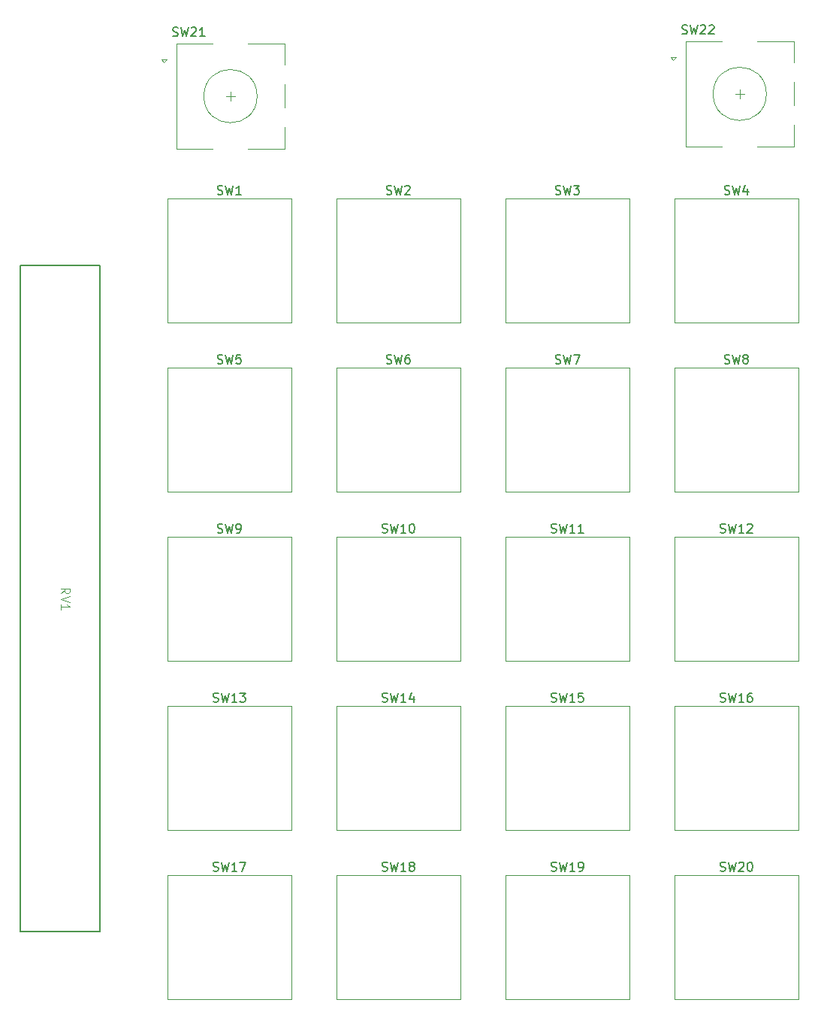
<source format=gbr>
%TF.GenerationSoftware,KiCad,Pcbnew,8.0.0*%
%TF.CreationDate,2024-11-26T10:36:05-05:00*%
%TF.ProjectId,macropad,6d616372-6f70-4616-942e-6b696361645f,v1.0*%
%TF.SameCoordinates,Original*%
%TF.FileFunction,Legend,Top*%
%TF.FilePolarity,Positive*%
%FSLAX46Y46*%
G04 Gerber Fmt 4.6, Leading zero omitted, Abs format (unit mm)*
G04 Created by KiCad (PCBNEW 8.0.0) date 2024-11-26 10:36:05*
%MOMM*%
%LPD*%
G01*
G04 APERTURE LIST*
%ADD10C,0.150000*%
%ADD11C,0.100000*%
%ADD12C,0.120000*%
%ADD13C,0.200000*%
G04 APERTURE END LIST*
D10*
X85080476Y-112790602D02*
X85223333Y-112838221D01*
X85223333Y-112838221D02*
X85461428Y-112838221D01*
X85461428Y-112838221D02*
X85556666Y-112790602D01*
X85556666Y-112790602D02*
X85604285Y-112742982D01*
X85604285Y-112742982D02*
X85651904Y-112647744D01*
X85651904Y-112647744D02*
X85651904Y-112552506D01*
X85651904Y-112552506D02*
X85604285Y-112457268D01*
X85604285Y-112457268D02*
X85556666Y-112409649D01*
X85556666Y-112409649D02*
X85461428Y-112362030D01*
X85461428Y-112362030D02*
X85270952Y-112314411D01*
X85270952Y-112314411D02*
X85175714Y-112266792D01*
X85175714Y-112266792D02*
X85128095Y-112219173D01*
X85128095Y-112219173D02*
X85080476Y-112123935D01*
X85080476Y-112123935D02*
X85080476Y-112028697D01*
X85080476Y-112028697D02*
X85128095Y-111933459D01*
X85128095Y-111933459D02*
X85175714Y-111885840D01*
X85175714Y-111885840D02*
X85270952Y-111838221D01*
X85270952Y-111838221D02*
X85509047Y-111838221D01*
X85509047Y-111838221D02*
X85651904Y-111885840D01*
X85985238Y-111838221D02*
X86223333Y-112838221D01*
X86223333Y-112838221D02*
X86413809Y-112123935D01*
X86413809Y-112123935D02*
X86604285Y-112838221D01*
X86604285Y-112838221D02*
X86842381Y-111838221D01*
X87747142Y-112838221D02*
X87175714Y-112838221D01*
X87461428Y-112838221D02*
X87461428Y-111838221D01*
X87461428Y-111838221D02*
X87366190Y-111981078D01*
X87366190Y-111981078D02*
X87270952Y-112076316D01*
X87270952Y-112076316D02*
X87175714Y-112123935D01*
X88080476Y-111838221D02*
X88699523Y-111838221D01*
X88699523Y-111838221D02*
X88366190Y-112219173D01*
X88366190Y-112219173D02*
X88509047Y-112219173D01*
X88509047Y-112219173D02*
X88604285Y-112266792D01*
X88604285Y-112266792D02*
X88651904Y-112314411D01*
X88651904Y-112314411D02*
X88699523Y-112409649D01*
X88699523Y-112409649D02*
X88699523Y-112647744D01*
X88699523Y-112647744D02*
X88651904Y-112742982D01*
X88651904Y-112742982D02*
X88604285Y-112790602D01*
X88604285Y-112790602D02*
X88509047Y-112838221D01*
X88509047Y-112838221D02*
X88223333Y-112838221D01*
X88223333Y-112838221D02*
X88128095Y-112790602D01*
X88128095Y-112790602D02*
X88080476Y-112742982D01*
X80514476Y-37812602D02*
X80657333Y-37860221D01*
X80657333Y-37860221D02*
X80895428Y-37860221D01*
X80895428Y-37860221D02*
X80990666Y-37812602D01*
X80990666Y-37812602D02*
X81038285Y-37764982D01*
X81038285Y-37764982D02*
X81085904Y-37669744D01*
X81085904Y-37669744D02*
X81085904Y-37574506D01*
X81085904Y-37574506D02*
X81038285Y-37479268D01*
X81038285Y-37479268D02*
X80990666Y-37431649D01*
X80990666Y-37431649D02*
X80895428Y-37384030D01*
X80895428Y-37384030D02*
X80704952Y-37336411D01*
X80704952Y-37336411D02*
X80609714Y-37288792D01*
X80609714Y-37288792D02*
X80562095Y-37241173D01*
X80562095Y-37241173D02*
X80514476Y-37145935D01*
X80514476Y-37145935D02*
X80514476Y-37050697D01*
X80514476Y-37050697D02*
X80562095Y-36955459D01*
X80562095Y-36955459D02*
X80609714Y-36907840D01*
X80609714Y-36907840D02*
X80704952Y-36860221D01*
X80704952Y-36860221D02*
X80943047Y-36860221D01*
X80943047Y-36860221D02*
X81085904Y-36907840D01*
X81419238Y-36860221D02*
X81657333Y-37860221D01*
X81657333Y-37860221D02*
X81847809Y-37145935D01*
X81847809Y-37145935D02*
X82038285Y-37860221D01*
X82038285Y-37860221D02*
X82276381Y-36860221D01*
X82609714Y-36955459D02*
X82657333Y-36907840D01*
X82657333Y-36907840D02*
X82752571Y-36860221D01*
X82752571Y-36860221D02*
X82990666Y-36860221D01*
X82990666Y-36860221D02*
X83085904Y-36907840D01*
X83085904Y-36907840D02*
X83133523Y-36955459D01*
X83133523Y-36955459D02*
X83181142Y-37050697D01*
X83181142Y-37050697D02*
X83181142Y-37145935D01*
X83181142Y-37145935D02*
X83133523Y-37288792D01*
X83133523Y-37288792D02*
X82562095Y-37860221D01*
X82562095Y-37860221D02*
X83181142Y-37860221D01*
X84133523Y-37860221D02*
X83562095Y-37860221D01*
X83847809Y-37860221D02*
X83847809Y-36860221D01*
X83847809Y-36860221D02*
X83752571Y-37003078D01*
X83752571Y-37003078D02*
X83657333Y-37098316D01*
X83657333Y-37098316D02*
X83562095Y-37145935D01*
X142230476Y-93740602D02*
X142373333Y-93788221D01*
X142373333Y-93788221D02*
X142611428Y-93788221D01*
X142611428Y-93788221D02*
X142706666Y-93740602D01*
X142706666Y-93740602D02*
X142754285Y-93692982D01*
X142754285Y-93692982D02*
X142801904Y-93597744D01*
X142801904Y-93597744D02*
X142801904Y-93502506D01*
X142801904Y-93502506D02*
X142754285Y-93407268D01*
X142754285Y-93407268D02*
X142706666Y-93359649D01*
X142706666Y-93359649D02*
X142611428Y-93312030D01*
X142611428Y-93312030D02*
X142420952Y-93264411D01*
X142420952Y-93264411D02*
X142325714Y-93216792D01*
X142325714Y-93216792D02*
X142278095Y-93169173D01*
X142278095Y-93169173D02*
X142230476Y-93073935D01*
X142230476Y-93073935D02*
X142230476Y-92978697D01*
X142230476Y-92978697D02*
X142278095Y-92883459D01*
X142278095Y-92883459D02*
X142325714Y-92835840D01*
X142325714Y-92835840D02*
X142420952Y-92788221D01*
X142420952Y-92788221D02*
X142659047Y-92788221D01*
X142659047Y-92788221D02*
X142801904Y-92835840D01*
X143135238Y-92788221D02*
X143373333Y-93788221D01*
X143373333Y-93788221D02*
X143563809Y-93073935D01*
X143563809Y-93073935D02*
X143754285Y-93788221D01*
X143754285Y-93788221D02*
X143992381Y-92788221D01*
X144897142Y-93788221D02*
X144325714Y-93788221D01*
X144611428Y-93788221D02*
X144611428Y-92788221D01*
X144611428Y-92788221D02*
X144516190Y-92931078D01*
X144516190Y-92931078D02*
X144420952Y-93026316D01*
X144420952Y-93026316D02*
X144325714Y-93073935D01*
X145278095Y-92883459D02*
X145325714Y-92835840D01*
X145325714Y-92835840D02*
X145420952Y-92788221D01*
X145420952Y-92788221D02*
X145659047Y-92788221D01*
X145659047Y-92788221D02*
X145754285Y-92835840D01*
X145754285Y-92835840D02*
X145801904Y-92883459D01*
X145801904Y-92883459D02*
X145849523Y-92978697D01*
X145849523Y-92978697D02*
X145849523Y-93073935D01*
X145849523Y-93073935D02*
X145801904Y-93216792D01*
X145801904Y-93216792D02*
X145230476Y-93788221D01*
X145230476Y-93788221D02*
X145849523Y-93788221D01*
X142706667Y-55640602D02*
X142849524Y-55688221D01*
X142849524Y-55688221D02*
X143087619Y-55688221D01*
X143087619Y-55688221D02*
X143182857Y-55640602D01*
X143182857Y-55640602D02*
X143230476Y-55592982D01*
X143230476Y-55592982D02*
X143278095Y-55497744D01*
X143278095Y-55497744D02*
X143278095Y-55402506D01*
X143278095Y-55402506D02*
X143230476Y-55307268D01*
X143230476Y-55307268D02*
X143182857Y-55259649D01*
X143182857Y-55259649D02*
X143087619Y-55212030D01*
X143087619Y-55212030D02*
X142897143Y-55164411D01*
X142897143Y-55164411D02*
X142801905Y-55116792D01*
X142801905Y-55116792D02*
X142754286Y-55069173D01*
X142754286Y-55069173D02*
X142706667Y-54973935D01*
X142706667Y-54973935D02*
X142706667Y-54878697D01*
X142706667Y-54878697D02*
X142754286Y-54783459D01*
X142754286Y-54783459D02*
X142801905Y-54735840D01*
X142801905Y-54735840D02*
X142897143Y-54688221D01*
X142897143Y-54688221D02*
X143135238Y-54688221D01*
X143135238Y-54688221D02*
X143278095Y-54735840D01*
X143611429Y-54688221D02*
X143849524Y-55688221D01*
X143849524Y-55688221D02*
X144040000Y-54973935D01*
X144040000Y-54973935D02*
X144230476Y-55688221D01*
X144230476Y-55688221D02*
X144468572Y-54688221D01*
X145278095Y-55021554D02*
X145278095Y-55688221D01*
X145040000Y-54640602D02*
X144801905Y-55354887D01*
X144801905Y-55354887D02*
X145420952Y-55354887D01*
X123180476Y-112790602D02*
X123323333Y-112838221D01*
X123323333Y-112838221D02*
X123561428Y-112838221D01*
X123561428Y-112838221D02*
X123656666Y-112790602D01*
X123656666Y-112790602D02*
X123704285Y-112742982D01*
X123704285Y-112742982D02*
X123751904Y-112647744D01*
X123751904Y-112647744D02*
X123751904Y-112552506D01*
X123751904Y-112552506D02*
X123704285Y-112457268D01*
X123704285Y-112457268D02*
X123656666Y-112409649D01*
X123656666Y-112409649D02*
X123561428Y-112362030D01*
X123561428Y-112362030D02*
X123370952Y-112314411D01*
X123370952Y-112314411D02*
X123275714Y-112266792D01*
X123275714Y-112266792D02*
X123228095Y-112219173D01*
X123228095Y-112219173D02*
X123180476Y-112123935D01*
X123180476Y-112123935D02*
X123180476Y-112028697D01*
X123180476Y-112028697D02*
X123228095Y-111933459D01*
X123228095Y-111933459D02*
X123275714Y-111885840D01*
X123275714Y-111885840D02*
X123370952Y-111838221D01*
X123370952Y-111838221D02*
X123609047Y-111838221D01*
X123609047Y-111838221D02*
X123751904Y-111885840D01*
X124085238Y-111838221D02*
X124323333Y-112838221D01*
X124323333Y-112838221D02*
X124513809Y-112123935D01*
X124513809Y-112123935D02*
X124704285Y-112838221D01*
X124704285Y-112838221D02*
X124942381Y-111838221D01*
X125847142Y-112838221D02*
X125275714Y-112838221D01*
X125561428Y-112838221D02*
X125561428Y-111838221D01*
X125561428Y-111838221D02*
X125466190Y-111981078D01*
X125466190Y-111981078D02*
X125370952Y-112076316D01*
X125370952Y-112076316D02*
X125275714Y-112123935D01*
X126751904Y-111838221D02*
X126275714Y-111838221D01*
X126275714Y-111838221D02*
X126228095Y-112314411D01*
X126228095Y-112314411D02*
X126275714Y-112266792D01*
X126275714Y-112266792D02*
X126370952Y-112219173D01*
X126370952Y-112219173D02*
X126609047Y-112219173D01*
X126609047Y-112219173D02*
X126704285Y-112266792D01*
X126704285Y-112266792D02*
X126751904Y-112314411D01*
X126751904Y-112314411D02*
X126799523Y-112409649D01*
X126799523Y-112409649D02*
X126799523Y-112647744D01*
X126799523Y-112647744D02*
X126751904Y-112742982D01*
X126751904Y-112742982D02*
X126704285Y-112790602D01*
X126704285Y-112790602D02*
X126609047Y-112838221D01*
X126609047Y-112838221D02*
X126370952Y-112838221D01*
X126370952Y-112838221D02*
X126275714Y-112790602D01*
X126275714Y-112790602D02*
X126228095Y-112742982D01*
X104130476Y-131840602D02*
X104273333Y-131888221D01*
X104273333Y-131888221D02*
X104511428Y-131888221D01*
X104511428Y-131888221D02*
X104606666Y-131840602D01*
X104606666Y-131840602D02*
X104654285Y-131792982D01*
X104654285Y-131792982D02*
X104701904Y-131697744D01*
X104701904Y-131697744D02*
X104701904Y-131602506D01*
X104701904Y-131602506D02*
X104654285Y-131507268D01*
X104654285Y-131507268D02*
X104606666Y-131459649D01*
X104606666Y-131459649D02*
X104511428Y-131412030D01*
X104511428Y-131412030D02*
X104320952Y-131364411D01*
X104320952Y-131364411D02*
X104225714Y-131316792D01*
X104225714Y-131316792D02*
X104178095Y-131269173D01*
X104178095Y-131269173D02*
X104130476Y-131173935D01*
X104130476Y-131173935D02*
X104130476Y-131078697D01*
X104130476Y-131078697D02*
X104178095Y-130983459D01*
X104178095Y-130983459D02*
X104225714Y-130935840D01*
X104225714Y-130935840D02*
X104320952Y-130888221D01*
X104320952Y-130888221D02*
X104559047Y-130888221D01*
X104559047Y-130888221D02*
X104701904Y-130935840D01*
X105035238Y-130888221D02*
X105273333Y-131888221D01*
X105273333Y-131888221D02*
X105463809Y-131173935D01*
X105463809Y-131173935D02*
X105654285Y-131888221D01*
X105654285Y-131888221D02*
X105892381Y-130888221D01*
X106797142Y-131888221D02*
X106225714Y-131888221D01*
X106511428Y-131888221D02*
X106511428Y-130888221D01*
X106511428Y-130888221D02*
X106416190Y-131031078D01*
X106416190Y-131031078D02*
X106320952Y-131126316D01*
X106320952Y-131126316D02*
X106225714Y-131173935D01*
X107368571Y-131316792D02*
X107273333Y-131269173D01*
X107273333Y-131269173D02*
X107225714Y-131221554D01*
X107225714Y-131221554D02*
X107178095Y-131126316D01*
X107178095Y-131126316D02*
X107178095Y-131078697D01*
X107178095Y-131078697D02*
X107225714Y-130983459D01*
X107225714Y-130983459D02*
X107273333Y-130935840D01*
X107273333Y-130935840D02*
X107368571Y-130888221D01*
X107368571Y-130888221D02*
X107559047Y-130888221D01*
X107559047Y-130888221D02*
X107654285Y-130935840D01*
X107654285Y-130935840D02*
X107701904Y-130983459D01*
X107701904Y-130983459D02*
X107749523Y-131078697D01*
X107749523Y-131078697D02*
X107749523Y-131126316D01*
X107749523Y-131126316D02*
X107701904Y-131221554D01*
X107701904Y-131221554D02*
X107654285Y-131269173D01*
X107654285Y-131269173D02*
X107559047Y-131316792D01*
X107559047Y-131316792D02*
X107368571Y-131316792D01*
X107368571Y-131316792D02*
X107273333Y-131364411D01*
X107273333Y-131364411D02*
X107225714Y-131412030D01*
X107225714Y-131412030D02*
X107178095Y-131507268D01*
X107178095Y-131507268D02*
X107178095Y-131697744D01*
X107178095Y-131697744D02*
X107225714Y-131792982D01*
X107225714Y-131792982D02*
X107273333Y-131840602D01*
X107273333Y-131840602D02*
X107368571Y-131888221D01*
X107368571Y-131888221D02*
X107559047Y-131888221D01*
X107559047Y-131888221D02*
X107654285Y-131840602D01*
X107654285Y-131840602D02*
X107701904Y-131792982D01*
X107701904Y-131792982D02*
X107749523Y-131697744D01*
X107749523Y-131697744D02*
X107749523Y-131507268D01*
X107749523Y-131507268D02*
X107701904Y-131412030D01*
X107701904Y-131412030D02*
X107654285Y-131364411D01*
X107654285Y-131364411D02*
X107559047Y-131316792D01*
X104130476Y-112790602D02*
X104273333Y-112838221D01*
X104273333Y-112838221D02*
X104511428Y-112838221D01*
X104511428Y-112838221D02*
X104606666Y-112790602D01*
X104606666Y-112790602D02*
X104654285Y-112742982D01*
X104654285Y-112742982D02*
X104701904Y-112647744D01*
X104701904Y-112647744D02*
X104701904Y-112552506D01*
X104701904Y-112552506D02*
X104654285Y-112457268D01*
X104654285Y-112457268D02*
X104606666Y-112409649D01*
X104606666Y-112409649D02*
X104511428Y-112362030D01*
X104511428Y-112362030D02*
X104320952Y-112314411D01*
X104320952Y-112314411D02*
X104225714Y-112266792D01*
X104225714Y-112266792D02*
X104178095Y-112219173D01*
X104178095Y-112219173D02*
X104130476Y-112123935D01*
X104130476Y-112123935D02*
X104130476Y-112028697D01*
X104130476Y-112028697D02*
X104178095Y-111933459D01*
X104178095Y-111933459D02*
X104225714Y-111885840D01*
X104225714Y-111885840D02*
X104320952Y-111838221D01*
X104320952Y-111838221D02*
X104559047Y-111838221D01*
X104559047Y-111838221D02*
X104701904Y-111885840D01*
X105035238Y-111838221D02*
X105273333Y-112838221D01*
X105273333Y-112838221D02*
X105463809Y-112123935D01*
X105463809Y-112123935D02*
X105654285Y-112838221D01*
X105654285Y-112838221D02*
X105892381Y-111838221D01*
X106797142Y-112838221D02*
X106225714Y-112838221D01*
X106511428Y-112838221D02*
X106511428Y-111838221D01*
X106511428Y-111838221D02*
X106416190Y-111981078D01*
X106416190Y-111981078D02*
X106320952Y-112076316D01*
X106320952Y-112076316D02*
X106225714Y-112123935D01*
X107654285Y-112171554D02*
X107654285Y-112838221D01*
X107416190Y-111790602D02*
X107178095Y-112504887D01*
X107178095Y-112504887D02*
X107797142Y-112504887D01*
X104606667Y-55640602D02*
X104749524Y-55688221D01*
X104749524Y-55688221D02*
X104987619Y-55688221D01*
X104987619Y-55688221D02*
X105082857Y-55640602D01*
X105082857Y-55640602D02*
X105130476Y-55592982D01*
X105130476Y-55592982D02*
X105178095Y-55497744D01*
X105178095Y-55497744D02*
X105178095Y-55402506D01*
X105178095Y-55402506D02*
X105130476Y-55307268D01*
X105130476Y-55307268D02*
X105082857Y-55259649D01*
X105082857Y-55259649D02*
X104987619Y-55212030D01*
X104987619Y-55212030D02*
X104797143Y-55164411D01*
X104797143Y-55164411D02*
X104701905Y-55116792D01*
X104701905Y-55116792D02*
X104654286Y-55069173D01*
X104654286Y-55069173D02*
X104606667Y-54973935D01*
X104606667Y-54973935D02*
X104606667Y-54878697D01*
X104606667Y-54878697D02*
X104654286Y-54783459D01*
X104654286Y-54783459D02*
X104701905Y-54735840D01*
X104701905Y-54735840D02*
X104797143Y-54688221D01*
X104797143Y-54688221D02*
X105035238Y-54688221D01*
X105035238Y-54688221D02*
X105178095Y-54735840D01*
X105511429Y-54688221D02*
X105749524Y-55688221D01*
X105749524Y-55688221D02*
X105940000Y-54973935D01*
X105940000Y-54973935D02*
X106130476Y-55688221D01*
X106130476Y-55688221D02*
X106368572Y-54688221D01*
X106701905Y-54783459D02*
X106749524Y-54735840D01*
X106749524Y-54735840D02*
X106844762Y-54688221D01*
X106844762Y-54688221D02*
X107082857Y-54688221D01*
X107082857Y-54688221D02*
X107178095Y-54735840D01*
X107178095Y-54735840D02*
X107225714Y-54783459D01*
X107225714Y-54783459D02*
X107273333Y-54878697D01*
X107273333Y-54878697D02*
X107273333Y-54973935D01*
X107273333Y-54973935D02*
X107225714Y-55116792D01*
X107225714Y-55116792D02*
X106654286Y-55688221D01*
X106654286Y-55688221D02*
X107273333Y-55688221D01*
X137918476Y-37558602D02*
X138061333Y-37606221D01*
X138061333Y-37606221D02*
X138299428Y-37606221D01*
X138299428Y-37606221D02*
X138394666Y-37558602D01*
X138394666Y-37558602D02*
X138442285Y-37510982D01*
X138442285Y-37510982D02*
X138489904Y-37415744D01*
X138489904Y-37415744D02*
X138489904Y-37320506D01*
X138489904Y-37320506D02*
X138442285Y-37225268D01*
X138442285Y-37225268D02*
X138394666Y-37177649D01*
X138394666Y-37177649D02*
X138299428Y-37130030D01*
X138299428Y-37130030D02*
X138108952Y-37082411D01*
X138108952Y-37082411D02*
X138013714Y-37034792D01*
X138013714Y-37034792D02*
X137966095Y-36987173D01*
X137966095Y-36987173D02*
X137918476Y-36891935D01*
X137918476Y-36891935D02*
X137918476Y-36796697D01*
X137918476Y-36796697D02*
X137966095Y-36701459D01*
X137966095Y-36701459D02*
X138013714Y-36653840D01*
X138013714Y-36653840D02*
X138108952Y-36606221D01*
X138108952Y-36606221D02*
X138347047Y-36606221D01*
X138347047Y-36606221D02*
X138489904Y-36653840D01*
X138823238Y-36606221D02*
X139061333Y-37606221D01*
X139061333Y-37606221D02*
X139251809Y-36891935D01*
X139251809Y-36891935D02*
X139442285Y-37606221D01*
X139442285Y-37606221D02*
X139680381Y-36606221D01*
X140013714Y-36701459D02*
X140061333Y-36653840D01*
X140061333Y-36653840D02*
X140156571Y-36606221D01*
X140156571Y-36606221D02*
X140394666Y-36606221D01*
X140394666Y-36606221D02*
X140489904Y-36653840D01*
X140489904Y-36653840D02*
X140537523Y-36701459D01*
X140537523Y-36701459D02*
X140585142Y-36796697D01*
X140585142Y-36796697D02*
X140585142Y-36891935D01*
X140585142Y-36891935D02*
X140537523Y-37034792D01*
X140537523Y-37034792D02*
X139966095Y-37606221D01*
X139966095Y-37606221D02*
X140585142Y-37606221D01*
X140966095Y-36701459D02*
X141013714Y-36653840D01*
X141013714Y-36653840D02*
X141108952Y-36606221D01*
X141108952Y-36606221D02*
X141347047Y-36606221D01*
X141347047Y-36606221D02*
X141442285Y-36653840D01*
X141442285Y-36653840D02*
X141489904Y-36701459D01*
X141489904Y-36701459D02*
X141537523Y-36796697D01*
X141537523Y-36796697D02*
X141537523Y-36891935D01*
X141537523Y-36891935D02*
X141489904Y-37034792D01*
X141489904Y-37034792D02*
X140918476Y-37606221D01*
X140918476Y-37606221D02*
X141537523Y-37606221D01*
X104606667Y-74690602D02*
X104749524Y-74738221D01*
X104749524Y-74738221D02*
X104987619Y-74738221D01*
X104987619Y-74738221D02*
X105082857Y-74690602D01*
X105082857Y-74690602D02*
X105130476Y-74642982D01*
X105130476Y-74642982D02*
X105178095Y-74547744D01*
X105178095Y-74547744D02*
X105178095Y-74452506D01*
X105178095Y-74452506D02*
X105130476Y-74357268D01*
X105130476Y-74357268D02*
X105082857Y-74309649D01*
X105082857Y-74309649D02*
X104987619Y-74262030D01*
X104987619Y-74262030D02*
X104797143Y-74214411D01*
X104797143Y-74214411D02*
X104701905Y-74166792D01*
X104701905Y-74166792D02*
X104654286Y-74119173D01*
X104654286Y-74119173D02*
X104606667Y-74023935D01*
X104606667Y-74023935D02*
X104606667Y-73928697D01*
X104606667Y-73928697D02*
X104654286Y-73833459D01*
X104654286Y-73833459D02*
X104701905Y-73785840D01*
X104701905Y-73785840D02*
X104797143Y-73738221D01*
X104797143Y-73738221D02*
X105035238Y-73738221D01*
X105035238Y-73738221D02*
X105178095Y-73785840D01*
X105511429Y-73738221D02*
X105749524Y-74738221D01*
X105749524Y-74738221D02*
X105940000Y-74023935D01*
X105940000Y-74023935D02*
X106130476Y-74738221D01*
X106130476Y-74738221D02*
X106368572Y-73738221D01*
X107178095Y-73738221D02*
X106987619Y-73738221D01*
X106987619Y-73738221D02*
X106892381Y-73785840D01*
X106892381Y-73785840D02*
X106844762Y-73833459D01*
X106844762Y-73833459D02*
X106749524Y-73976316D01*
X106749524Y-73976316D02*
X106701905Y-74166792D01*
X106701905Y-74166792D02*
X106701905Y-74547744D01*
X106701905Y-74547744D02*
X106749524Y-74642982D01*
X106749524Y-74642982D02*
X106797143Y-74690602D01*
X106797143Y-74690602D02*
X106892381Y-74738221D01*
X106892381Y-74738221D02*
X107082857Y-74738221D01*
X107082857Y-74738221D02*
X107178095Y-74690602D01*
X107178095Y-74690602D02*
X107225714Y-74642982D01*
X107225714Y-74642982D02*
X107273333Y-74547744D01*
X107273333Y-74547744D02*
X107273333Y-74309649D01*
X107273333Y-74309649D02*
X107225714Y-74214411D01*
X107225714Y-74214411D02*
X107178095Y-74166792D01*
X107178095Y-74166792D02*
X107082857Y-74119173D01*
X107082857Y-74119173D02*
X106892381Y-74119173D01*
X106892381Y-74119173D02*
X106797143Y-74166792D01*
X106797143Y-74166792D02*
X106749524Y-74214411D01*
X106749524Y-74214411D02*
X106701905Y-74309649D01*
X123656667Y-74690602D02*
X123799524Y-74738221D01*
X123799524Y-74738221D02*
X124037619Y-74738221D01*
X124037619Y-74738221D02*
X124132857Y-74690602D01*
X124132857Y-74690602D02*
X124180476Y-74642982D01*
X124180476Y-74642982D02*
X124228095Y-74547744D01*
X124228095Y-74547744D02*
X124228095Y-74452506D01*
X124228095Y-74452506D02*
X124180476Y-74357268D01*
X124180476Y-74357268D02*
X124132857Y-74309649D01*
X124132857Y-74309649D02*
X124037619Y-74262030D01*
X124037619Y-74262030D02*
X123847143Y-74214411D01*
X123847143Y-74214411D02*
X123751905Y-74166792D01*
X123751905Y-74166792D02*
X123704286Y-74119173D01*
X123704286Y-74119173D02*
X123656667Y-74023935D01*
X123656667Y-74023935D02*
X123656667Y-73928697D01*
X123656667Y-73928697D02*
X123704286Y-73833459D01*
X123704286Y-73833459D02*
X123751905Y-73785840D01*
X123751905Y-73785840D02*
X123847143Y-73738221D01*
X123847143Y-73738221D02*
X124085238Y-73738221D01*
X124085238Y-73738221D02*
X124228095Y-73785840D01*
X124561429Y-73738221D02*
X124799524Y-74738221D01*
X124799524Y-74738221D02*
X124990000Y-74023935D01*
X124990000Y-74023935D02*
X125180476Y-74738221D01*
X125180476Y-74738221D02*
X125418572Y-73738221D01*
X125704286Y-73738221D02*
X126370952Y-73738221D01*
X126370952Y-73738221D02*
X125942381Y-74738221D01*
X123180476Y-93740602D02*
X123323333Y-93788221D01*
X123323333Y-93788221D02*
X123561428Y-93788221D01*
X123561428Y-93788221D02*
X123656666Y-93740602D01*
X123656666Y-93740602D02*
X123704285Y-93692982D01*
X123704285Y-93692982D02*
X123751904Y-93597744D01*
X123751904Y-93597744D02*
X123751904Y-93502506D01*
X123751904Y-93502506D02*
X123704285Y-93407268D01*
X123704285Y-93407268D02*
X123656666Y-93359649D01*
X123656666Y-93359649D02*
X123561428Y-93312030D01*
X123561428Y-93312030D02*
X123370952Y-93264411D01*
X123370952Y-93264411D02*
X123275714Y-93216792D01*
X123275714Y-93216792D02*
X123228095Y-93169173D01*
X123228095Y-93169173D02*
X123180476Y-93073935D01*
X123180476Y-93073935D02*
X123180476Y-92978697D01*
X123180476Y-92978697D02*
X123228095Y-92883459D01*
X123228095Y-92883459D02*
X123275714Y-92835840D01*
X123275714Y-92835840D02*
X123370952Y-92788221D01*
X123370952Y-92788221D02*
X123609047Y-92788221D01*
X123609047Y-92788221D02*
X123751904Y-92835840D01*
X124085238Y-92788221D02*
X124323333Y-93788221D01*
X124323333Y-93788221D02*
X124513809Y-93073935D01*
X124513809Y-93073935D02*
X124704285Y-93788221D01*
X124704285Y-93788221D02*
X124942381Y-92788221D01*
X125847142Y-93788221D02*
X125275714Y-93788221D01*
X125561428Y-93788221D02*
X125561428Y-92788221D01*
X125561428Y-92788221D02*
X125466190Y-92931078D01*
X125466190Y-92931078D02*
X125370952Y-93026316D01*
X125370952Y-93026316D02*
X125275714Y-93073935D01*
X126799523Y-93788221D02*
X126228095Y-93788221D01*
X126513809Y-93788221D02*
X126513809Y-92788221D01*
X126513809Y-92788221D02*
X126418571Y-92931078D01*
X126418571Y-92931078D02*
X126323333Y-93026316D01*
X126323333Y-93026316D02*
X126228095Y-93073935D01*
X123656667Y-55640602D02*
X123799524Y-55688221D01*
X123799524Y-55688221D02*
X124037619Y-55688221D01*
X124037619Y-55688221D02*
X124132857Y-55640602D01*
X124132857Y-55640602D02*
X124180476Y-55592982D01*
X124180476Y-55592982D02*
X124228095Y-55497744D01*
X124228095Y-55497744D02*
X124228095Y-55402506D01*
X124228095Y-55402506D02*
X124180476Y-55307268D01*
X124180476Y-55307268D02*
X124132857Y-55259649D01*
X124132857Y-55259649D02*
X124037619Y-55212030D01*
X124037619Y-55212030D02*
X123847143Y-55164411D01*
X123847143Y-55164411D02*
X123751905Y-55116792D01*
X123751905Y-55116792D02*
X123704286Y-55069173D01*
X123704286Y-55069173D02*
X123656667Y-54973935D01*
X123656667Y-54973935D02*
X123656667Y-54878697D01*
X123656667Y-54878697D02*
X123704286Y-54783459D01*
X123704286Y-54783459D02*
X123751905Y-54735840D01*
X123751905Y-54735840D02*
X123847143Y-54688221D01*
X123847143Y-54688221D02*
X124085238Y-54688221D01*
X124085238Y-54688221D02*
X124228095Y-54735840D01*
X124561429Y-54688221D02*
X124799524Y-55688221D01*
X124799524Y-55688221D02*
X124990000Y-54973935D01*
X124990000Y-54973935D02*
X125180476Y-55688221D01*
X125180476Y-55688221D02*
X125418572Y-54688221D01*
X125704286Y-54688221D02*
X126323333Y-54688221D01*
X126323333Y-54688221D02*
X125990000Y-55069173D01*
X125990000Y-55069173D02*
X126132857Y-55069173D01*
X126132857Y-55069173D02*
X126228095Y-55116792D01*
X126228095Y-55116792D02*
X126275714Y-55164411D01*
X126275714Y-55164411D02*
X126323333Y-55259649D01*
X126323333Y-55259649D02*
X126323333Y-55497744D01*
X126323333Y-55497744D02*
X126275714Y-55592982D01*
X126275714Y-55592982D02*
X126228095Y-55640602D01*
X126228095Y-55640602D02*
X126132857Y-55688221D01*
X126132857Y-55688221D02*
X125847143Y-55688221D01*
X125847143Y-55688221D02*
X125751905Y-55640602D01*
X125751905Y-55640602D02*
X125704286Y-55592982D01*
X85556667Y-74690602D02*
X85699524Y-74738221D01*
X85699524Y-74738221D02*
X85937619Y-74738221D01*
X85937619Y-74738221D02*
X86032857Y-74690602D01*
X86032857Y-74690602D02*
X86080476Y-74642982D01*
X86080476Y-74642982D02*
X86128095Y-74547744D01*
X86128095Y-74547744D02*
X86128095Y-74452506D01*
X86128095Y-74452506D02*
X86080476Y-74357268D01*
X86080476Y-74357268D02*
X86032857Y-74309649D01*
X86032857Y-74309649D02*
X85937619Y-74262030D01*
X85937619Y-74262030D02*
X85747143Y-74214411D01*
X85747143Y-74214411D02*
X85651905Y-74166792D01*
X85651905Y-74166792D02*
X85604286Y-74119173D01*
X85604286Y-74119173D02*
X85556667Y-74023935D01*
X85556667Y-74023935D02*
X85556667Y-73928697D01*
X85556667Y-73928697D02*
X85604286Y-73833459D01*
X85604286Y-73833459D02*
X85651905Y-73785840D01*
X85651905Y-73785840D02*
X85747143Y-73738221D01*
X85747143Y-73738221D02*
X85985238Y-73738221D01*
X85985238Y-73738221D02*
X86128095Y-73785840D01*
X86461429Y-73738221D02*
X86699524Y-74738221D01*
X86699524Y-74738221D02*
X86890000Y-74023935D01*
X86890000Y-74023935D02*
X87080476Y-74738221D01*
X87080476Y-74738221D02*
X87318572Y-73738221D01*
X88175714Y-73738221D02*
X87699524Y-73738221D01*
X87699524Y-73738221D02*
X87651905Y-74214411D01*
X87651905Y-74214411D02*
X87699524Y-74166792D01*
X87699524Y-74166792D02*
X87794762Y-74119173D01*
X87794762Y-74119173D02*
X88032857Y-74119173D01*
X88032857Y-74119173D02*
X88128095Y-74166792D01*
X88128095Y-74166792D02*
X88175714Y-74214411D01*
X88175714Y-74214411D02*
X88223333Y-74309649D01*
X88223333Y-74309649D02*
X88223333Y-74547744D01*
X88223333Y-74547744D02*
X88175714Y-74642982D01*
X88175714Y-74642982D02*
X88128095Y-74690602D01*
X88128095Y-74690602D02*
X88032857Y-74738221D01*
X88032857Y-74738221D02*
X87794762Y-74738221D01*
X87794762Y-74738221D02*
X87699524Y-74690602D01*
X87699524Y-74690602D02*
X87651905Y-74642982D01*
X142230476Y-112790602D02*
X142373333Y-112838221D01*
X142373333Y-112838221D02*
X142611428Y-112838221D01*
X142611428Y-112838221D02*
X142706666Y-112790602D01*
X142706666Y-112790602D02*
X142754285Y-112742982D01*
X142754285Y-112742982D02*
X142801904Y-112647744D01*
X142801904Y-112647744D02*
X142801904Y-112552506D01*
X142801904Y-112552506D02*
X142754285Y-112457268D01*
X142754285Y-112457268D02*
X142706666Y-112409649D01*
X142706666Y-112409649D02*
X142611428Y-112362030D01*
X142611428Y-112362030D02*
X142420952Y-112314411D01*
X142420952Y-112314411D02*
X142325714Y-112266792D01*
X142325714Y-112266792D02*
X142278095Y-112219173D01*
X142278095Y-112219173D02*
X142230476Y-112123935D01*
X142230476Y-112123935D02*
X142230476Y-112028697D01*
X142230476Y-112028697D02*
X142278095Y-111933459D01*
X142278095Y-111933459D02*
X142325714Y-111885840D01*
X142325714Y-111885840D02*
X142420952Y-111838221D01*
X142420952Y-111838221D02*
X142659047Y-111838221D01*
X142659047Y-111838221D02*
X142801904Y-111885840D01*
X143135238Y-111838221D02*
X143373333Y-112838221D01*
X143373333Y-112838221D02*
X143563809Y-112123935D01*
X143563809Y-112123935D02*
X143754285Y-112838221D01*
X143754285Y-112838221D02*
X143992381Y-111838221D01*
X144897142Y-112838221D02*
X144325714Y-112838221D01*
X144611428Y-112838221D02*
X144611428Y-111838221D01*
X144611428Y-111838221D02*
X144516190Y-111981078D01*
X144516190Y-111981078D02*
X144420952Y-112076316D01*
X144420952Y-112076316D02*
X144325714Y-112123935D01*
X145754285Y-111838221D02*
X145563809Y-111838221D01*
X145563809Y-111838221D02*
X145468571Y-111885840D01*
X145468571Y-111885840D02*
X145420952Y-111933459D01*
X145420952Y-111933459D02*
X145325714Y-112076316D01*
X145325714Y-112076316D02*
X145278095Y-112266792D01*
X145278095Y-112266792D02*
X145278095Y-112647744D01*
X145278095Y-112647744D02*
X145325714Y-112742982D01*
X145325714Y-112742982D02*
X145373333Y-112790602D01*
X145373333Y-112790602D02*
X145468571Y-112838221D01*
X145468571Y-112838221D02*
X145659047Y-112838221D01*
X145659047Y-112838221D02*
X145754285Y-112790602D01*
X145754285Y-112790602D02*
X145801904Y-112742982D01*
X145801904Y-112742982D02*
X145849523Y-112647744D01*
X145849523Y-112647744D02*
X145849523Y-112409649D01*
X145849523Y-112409649D02*
X145801904Y-112314411D01*
X145801904Y-112314411D02*
X145754285Y-112266792D01*
X145754285Y-112266792D02*
X145659047Y-112219173D01*
X145659047Y-112219173D02*
X145468571Y-112219173D01*
X145468571Y-112219173D02*
X145373333Y-112266792D01*
X145373333Y-112266792D02*
X145325714Y-112314411D01*
X145325714Y-112314411D02*
X145278095Y-112409649D01*
X85080476Y-131840602D02*
X85223333Y-131888221D01*
X85223333Y-131888221D02*
X85461428Y-131888221D01*
X85461428Y-131888221D02*
X85556666Y-131840602D01*
X85556666Y-131840602D02*
X85604285Y-131792982D01*
X85604285Y-131792982D02*
X85651904Y-131697744D01*
X85651904Y-131697744D02*
X85651904Y-131602506D01*
X85651904Y-131602506D02*
X85604285Y-131507268D01*
X85604285Y-131507268D02*
X85556666Y-131459649D01*
X85556666Y-131459649D02*
X85461428Y-131412030D01*
X85461428Y-131412030D02*
X85270952Y-131364411D01*
X85270952Y-131364411D02*
X85175714Y-131316792D01*
X85175714Y-131316792D02*
X85128095Y-131269173D01*
X85128095Y-131269173D02*
X85080476Y-131173935D01*
X85080476Y-131173935D02*
X85080476Y-131078697D01*
X85080476Y-131078697D02*
X85128095Y-130983459D01*
X85128095Y-130983459D02*
X85175714Y-130935840D01*
X85175714Y-130935840D02*
X85270952Y-130888221D01*
X85270952Y-130888221D02*
X85509047Y-130888221D01*
X85509047Y-130888221D02*
X85651904Y-130935840D01*
X85985238Y-130888221D02*
X86223333Y-131888221D01*
X86223333Y-131888221D02*
X86413809Y-131173935D01*
X86413809Y-131173935D02*
X86604285Y-131888221D01*
X86604285Y-131888221D02*
X86842381Y-130888221D01*
X87747142Y-131888221D02*
X87175714Y-131888221D01*
X87461428Y-131888221D02*
X87461428Y-130888221D01*
X87461428Y-130888221D02*
X87366190Y-131031078D01*
X87366190Y-131031078D02*
X87270952Y-131126316D01*
X87270952Y-131126316D02*
X87175714Y-131173935D01*
X88080476Y-130888221D02*
X88747142Y-130888221D01*
X88747142Y-130888221D02*
X88318571Y-131888221D01*
D11*
X67882580Y-100612163D02*
X68358771Y-100278830D01*
X67882580Y-100040735D02*
X68882580Y-100040735D01*
X68882580Y-100040735D02*
X68882580Y-100421687D01*
X68882580Y-100421687D02*
X68834961Y-100516925D01*
X68834961Y-100516925D02*
X68787342Y-100564544D01*
X68787342Y-100564544D02*
X68692104Y-100612163D01*
X68692104Y-100612163D02*
X68549247Y-100612163D01*
X68549247Y-100612163D02*
X68454009Y-100564544D01*
X68454009Y-100564544D02*
X68406390Y-100516925D01*
X68406390Y-100516925D02*
X68358771Y-100421687D01*
X68358771Y-100421687D02*
X68358771Y-100040735D01*
X68882580Y-100897878D02*
X67882580Y-101231211D01*
X67882580Y-101231211D02*
X68882580Y-101564544D01*
X67882580Y-102421687D02*
X67882580Y-101850259D01*
X67882580Y-102135973D02*
X68882580Y-102135973D01*
X68882580Y-102135973D02*
X68739723Y-102040735D01*
X68739723Y-102040735D02*
X68644485Y-101945497D01*
X68644485Y-101945497D02*
X68596866Y-101850259D01*
D10*
X85556667Y-55640602D02*
X85699524Y-55688221D01*
X85699524Y-55688221D02*
X85937619Y-55688221D01*
X85937619Y-55688221D02*
X86032857Y-55640602D01*
X86032857Y-55640602D02*
X86080476Y-55592982D01*
X86080476Y-55592982D02*
X86128095Y-55497744D01*
X86128095Y-55497744D02*
X86128095Y-55402506D01*
X86128095Y-55402506D02*
X86080476Y-55307268D01*
X86080476Y-55307268D02*
X86032857Y-55259649D01*
X86032857Y-55259649D02*
X85937619Y-55212030D01*
X85937619Y-55212030D02*
X85747143Y-55164411D01*
X85747143Y-55164411D02*
X85651905Y-55116792D01*
X85651905Y-55116792D02*
X85604286Y-55069173D01*
X85604286Y-55069173D02*
X85556667Y-54973935D01*
X85556667Y-54973935D02*
X85556667Y-54878697D01*
X85556667Y-54878697D02*
X85604286Y-54783459D01*
X85604286Y-54783459D02*
X85651905Y-54735840D01*
X85651905Y-54735840D02*
X85747143Y-54688221D01*
X85747143Y-54688221D02*
X85985238Y-54688221D01*
X85985238Y-54688221D02*
X86128095Y-54735840D01*
X86461429Y-54688221D02*
X86699524Y-55688221D01*
X86699524Y-55688221D02*
X86890000Y-54973935D01*
X86890000Y-54973935D02*
X87080476Y-55688221D01*
X87080476Y-55688221D02*
X87318572Y-54688221D01*
X88223333Y-55688221D02*
X87651905Y-55688221D01*
X87937619Y-55688221D02*
X87937619Y-54688221D01*
X87937619Y-54688221D02*
X87842381Y-54831078D01*
X87842381Y-54831078D02*
X87747143Y-54926316D01*
X87747143Y-54926316D02*
X87651905Y-54973935D01*
X104130476Y-93740602D02*
X104273333Y-93788221D01*
X104273333Y-93788221D02*
X104511428Y-93788221D01*
X104511428Y-93788221D02*
X104606666Y-93740602D01*
X104606666Y-93740602D02*
X104654285Y-93692982D01*
X104654285Y-93692982D02*
X104701904Y-93597744D01*
X104701904Y-93597744D02*
X104701904Y-93502506D01*
X104701904Y-93502506D02*
X104654285Y-93407268D01*
X104654285Y-93407268D02*
X104606666Y-93359649D01*
X104606666Y-93359649D02*
X104511428Y-93312030D01*
X104511428Y-93312030D02*
X104320952Y-93264411D01*
X104320952Y-93264411D02*
X104225714Y-93216792D01*
X104225714Y-93216792D02*
X104178095Y-93169173D01*
X104178095Y-93169173D02*
X104130476Y-93073935D01*
X104130476Y-93073935D02*
X104130476Y-92978697D01*
X104130476Y-92978697D02*
X104178095Y-92883459D01*
X104178095Y-92883459D02*
X104225714Y-92835840D01*
X104225714Y-92835840D02*
X104320952Y-92788221D01*
X104320952Y-92788221D02*
X104559047Y-92788221D01*
X104559047Y-92788221D02*
X104701904Y-92835840D01*
X105035238Y-92788221D02*
X105273333Y-93788221D01*
X105273333Y-93788221D02*
X105463809Y-93073935D01*
X105463809Y-93073935D02*
X105654285Y-93788221D01*
X105654285Y-93788221D02*
X105892381Y-92788221D01*
X106797142Y-93788221D02*
X106225714Y-93788221D01*
X106511428Y-93788221D02*
X106511428Y-92788221D01*
X106511428Y-92788221D02*
X106416190Y-92931078D01*
X106416190Y-92931078D02*
X106320952Y-93026316D01*
X106320952Y-93026316D02*
X106225714Y-93073935D01*
X107416190Y-92788221D02*
X107511428Y-92788221D01*
X107511428Y-92788221D02*
X107606666Y-92835840D01*
X107606666Y-92835840D02*
X107654285Y-92883459D01*
X107654285Y-92883459D02*
X107701904Y-92978697D01*
X107701904Y-92978697D02*
X107749523Y-93169173D01*
X107749523Y-93169173D02*
X107749523Y-93407268D01*
X107749523Y-93407268D02*
X107701904Y-93597744D01*
X107701904Y-93597744D02*
X107654285Y-93692982D01*
X107654285Y-93692982D02*
X107606666Y-93740602D01*
X107606666Y-93740602D02*
X107511428Y-93788221D01*
X107511428Y-93788221D02*
X107416190Y-93788221D01*
X107416190Y-93788221D02*
X107320952Y-93740602D01*
X107320952Y-93740602D02*
X107273333Y-93692982D01*
X107273333Y-93692982D02*
X107225714Y-93597744D01*
X107225714Y-93597744D02*
X107178095Y-93407268D01*
X107178095Y-93407268D02*
X107178095Y-93169173D01*
X107178095Y-93169173D02*
X107225714Y-92978697D01*
X107225714Y-92978697D02*
X107273333Y-92883459D01*
X107273333Y-92883459D02*
X107320952Y-92835840D01*
X107320952Y-92835840D02*
X107416190Y-92788221D01*
X142706667Y-74690602D02*
X142849524Y-74738221D01*
X142849524Y-74738221D02*
X143087619Y-74738221D01*
X143087619Y-74738221D02*
X143182857Y-74690602D01*
X143182857Y-74690602D02*
X143230476Y-74642982D01*
X143230476Y-74642982D02*
X143278095Y-74547744D01*
X143278095Y-74547744D02*
X143278095Y-74452506D01*
X143278095Y-74452506D02*
X143230476Y-74357268D01*
X143230476Y-74357268D02*
X143182857Y-74309649D01*
X143182857Y-74309649D02*
X143087619Y-74262030D01*
X143087619Y-74262030D02*
X142897143Y-74214411D01*
X142897143Y-74214411D02*
X142801905Y-74166792D01*
X142801905Y-74166792D02*
X142754286Y-74119173D01*
X142754286Y-74119173D02*
X142706667Y-74023935D01*
X142706667Y-74023935D02*
X142706667Y-73928697D01*
X142706667Y-73928697D02*
X142754286Y-73833459D01*
X142754286Y-73833459D02*
X142801905Y-73785840D01*
X142801905Y-73785840D02*
X142897143Y-73738221D01*
X142897143Y-73738221D02*
X143135238Y-73738221D01*
X143135238Y-73738221D02*
X143278095Y-73785840D01*
X143611429Y-73738221D02*
X143849524Y-74738221D01*
X143849524Y-74738221D02*
X144040000Y-74023935D01*
X144040000Y-74023935D02*
X144230476Y-74738221D01*
X144230476Y-74738221D02*
X144468572Y-73738221D01*
X144992381Y-74166792D02*
X144897143Y-74119173D01*
X144897143Y-74119173D02*
X144849524Y-74071554D01*
X144849524Y-74071554D02*
X144801905Y-73976316D01*
X144801905Y-73976316D02*
X144801905Y-73928697D01*
X144801905Y-73928697D02*
X144849524Y-73833459D01*
X144849524Y-73833459D02*
X144897143Y-73785840D01*
X144897143Y-73785840D02*
X144992381Y-73738221D01*
X144992381Y-73738221D02*
X145182857Y-73738221D01*
X145182857Y-73738221D02*
X145278095Y-73785840D01*
X145278095Y-73785840D02*
X145325714Y-73833459D01*
X145325714Y-73833459D02*
X145373333Y-73928697D01*
X145373333Y-73928697D02*
X145373333Y-73976316D01*
X145373333Y-73976316D02*
X145325714Y-74071554D01*
X145325714Y-74071554D02*
X145278095Y-74119173D01*
X145278095Y-74119173D02*
X145182857Y-74166792D01*
X145182857Y-74166792D02*
X144992381Y-74166792D01*
X144992381Y-74166792D02*
X144897143Y-74214411D01*
X144897143Y-74214411D02*
X144849524Y-74262030D01*
X144849524Y-74262030D02*
X144801905Y-74357268D01*
X144801905Y-74357268D02*
X144801905Y-74547744D01*
X144801905Y-74547744D02*
X144849524Y-74642982D01*
X144849524Y-74642982D02*
X144897143Y-74690602D01*
X144897143Y-74690602D02*
X144992381Y-74738221D01*
X144992381Y-74738221D02*
X145182857Y-74738221D01*
X145182857Y-74738221D02*
X145278095Y-74690602D01*
X145278095Y-74690602D02*
X145325714Y-74642982D01*
X145325714Y-74642982D02*
X145373333Y-74547744D01*
X145373333Y-74547744D02*
X145373333Y-74357268D01*
X145373333Y-74357268D02*
X145325714Y-74262030D01*
X145325714Y-74262030D02*
X145278095Y-74214411D01*
X145278095Y-74214411D02*
X145182857Y-74166792D01*
X142230476Y-131840602D02*
X142373333Y-131888221D01*
X142373333Y-131888221D02*
X142611428Y-131888221D01*
X142611428Y-131888221D02*
X142706666Y-131840602D01*
X142706666Y-131840602D02*
X142754285Y-131792982D01*
X142754285Y-131792982D02*
X142801904Y-131697744D01*
X142801904Y-131697744D02*
X142801904Y-131602506D01*
X142801904Y-131602506D02*
X142754285Y-131507268D01*
X142754285Y-131507268D02*
X142706666Y-131459649D01*
X142706666Y-131459649D02*
X142611428Y-131412030D01*
X142611428Y-131412030D02*
X142420952Y-131364411D01*
X142420952Y-131364411D02*
X142325714Y-131316792D01*
X142325714Y-131316792D02*
X142278095Y-131269173D01*
X142278095Y-131269173D02*
X142230476Y-131173935D01*
X142230476Y-131173935D02*
X142230476Y-131078697D01*
X142230476Y-131078697D02*
X142278095Y-130983459D01*
X142278095Y-130983459D02*
X142325714Y-130935840D01*
X142325714Y-130935840D02*
X142420952Y-130888221D01*
X142420952Y-130888221D02*
X142659047Y-130888221D01*
X142659047Y-130888221D02*
X142801904Y-130935840D01*
X143135238Y-130888221D02*
X143373333Y-131888221D01*
X143373333Y-131888221D02*
X143563809Y-131173935D01*
X143563809Y-131173935D02*
X143754285Y-131888221D01*
X143754285Y-131888221D02*
X143992381Y-130888221D01*
X144325714Y-130983459D02*
X144373333Y-130935840D01*
X144373333Y-130935840D02*
X144468571Y-130888221D01*
X144468571Y-130888221D02*
X144706666Y-130888221D01*
X144706666Y-130888221D02*
X144801904Y-130935840D01*
X144801904Y-130935840D02*
X144849523Y-130983459D01*
X144849523Y-130983459D02*
X144897142Y-131078697D01*
X144897142Y-131078697D02*
X144897142Y-131173935D01*
X144897142Y-131173935D02*
X144849523Y-131316792D01*
X144849523Y-131316792D02*
X144278095Y-131888221D01*
X144278095Y-131888221D02*
X144897142Y-131888221D01*
X145516190Y-130888221D02*
X145611428Y-130888221D01*
X145611428Y-130888221D02*
X145706666Y-130935840D01*
X145706666Y-130935840D02*
X145754285Y-130983459D01*
X145754285Y-130983459D02*
X145801904Y-131078697D01*
X145801904Y-131078697D02*
X145849523Y-131269173D01*
X145849523Y-131269173D02*
X145849523Y-131507268D01*
X145849523Y-131507268D02*
X145801904Y-131697744D01*
X145801904Y-131697744D02*
X145754285Y-131792982D01*
X145754285Y-131792982D02*
X145706666Y-131840602D01*
X145706666Y-131840602D02*
X145611428Y-131888221D01*
X145611428Y-131888221D02*
X145516190Y-131888221D01*
X145516190Y-131888221D02*
X145420952Y-131840602D01*
X145420952Y-131840602D02*
X145373333Y-131792982D01*
X145373333Y-131792982D02*
X145325714Y-131697744D01*
X145325714Y-131697744D02*
X145278095Y-131507268D01*
X145278095Y-131507268D02*
X145278095Y-131269173D01*
X145278095Y-131269173D02*
X145325714Y-131078697D01*
X145325714Y-131078697D02*
X145373333Y-130983459D01*
X145373333Y-130983459D02*
X145420952Y-130935840D01*
X145420952Y-130935840D02*
X145516190Y-130888221D01*
X123180476Y-131840602D02*
X123323333Y-131888221D01*
X123323333Y-131888221D02*
X123561428Y-131888221D01*
X123561428Y-131888221D02*
X123656666Y-131840602D01*
X123656666Y-131840602D02*
X123704285Y-131792982D01*
X123704285Y-131792982D02*
X123751904Y-131697744D01*
X123751904Y-131697744D02*
X123751904Y-131602506D01*
X123751904Y-131602506D02*
X123704285Y-131507268D01*
X123704285Y-131507268D02*
X123656666Y-131459649D01*
X123656666Y-131459649D02*
X123561428Y-131412030D01*
X123561428Y-131412030D02*
X123370952Y-131364411D01*
X123370952Y-131364411D02*
X123275714Y-131316792D01*
X123275714Y-131316792D02*
X123228095Y-131269173D01*
X123228095Y-131269173D02*
X123180476Y-131173935D01*
X123180476Y-131173935D02*
X123180476Y-131078697D01*
X123180476Y-131078697D02*
X123228095Y-130983459D01*
X123228095Y-130983459D02*
X123275714Y-130935840D01*
X123275714Y-130935840D02*
X123370952Y-130888221D01*
X123370952Y-130888221D02*
X123609047Y-130888221D01*
X123609047Y-130888221D02*
X123751904Y-130935840D01*
X124085238Y-130888221D02*
X124323333Y-131888221D01*
X124323333Y-131888221D02*
X124513809Y-131173935D01*
X124513809Y-131173935D02*
X124704285Y-131888221D01*
X124704285Y-131888221D02*
X124942381Y-130888221D01*
X125847142Y-131888221D02*
X125275714Y-131888221D01*
X125561428Y-131888221D02*
X125561428Y-130888221D01*
X125561428Y-130888221D02*
X125466190Y-131031078D01*
X125466190Y-131031078D02*
X125370952Y-131126316D01*
X125370952Y-131126316D02*
X125275714Y-131173935D01*
X126323333Y-131888221D02*
X126513809Y-131888221D01*
X126513809Y-131888221D02*
X126609047Y-131840602D01*
X126609047Y-131840602D02*
X126656666Y-131792982D01*
X126656666Y-131792982D02*
X126751904Y-131650125D01*
X126751904Y-131650125D02*
X126799523Y-131459649D01*
X126799523Y-131459649D02*
X126799523Y-131078697D01*
X126799523Y-131078697D02*
X126751904Y-130983459D01*
X126751904Y-130983459D02*
X126704285Y-130935840D01*
X126704285Y-130935840D02*
X126609047Y-130888221D01*
X126609047Y-130888221D02*
X126418571Y-130888221D01*
X126418571Y-130888221D02*
X126323333Y-130935840D01*
X126323333Y-130935840D02*
X126275714Y-130983459D01*
X126275714Y-130983459D02*
X126228095Y-131078697D01*
X126228095Y-131078697D02*
X126228095Y-131316792D01*
X126228095Y-131316792D02*
X126275714Y-131412030D01*
X126275714Y-131412030D02*
X126323333Y-131459649D01*
X126323333Y-131459649D02*
X126418571Y-131507268D01*
X126418571Y-131507268D02*
X126609047Y-131507268D01*
X126609047Y-131507268D02*
X126704285Y-131459649D01*
X126704285Y-131459649D02*
X126751904Y-131412030D01*
X126751904Y-131412030D02*
X126799523Y-131316792D01*
X85556667Y-93740602D02*
X85699524Y-93788221D01*
X85699524Y-93788221D02*
X85937619Y-93788221D01*
X85937619Y-93788221D02*
X86032857Y-93740602D01*
X86032857Y-93740602D02*
X86080476Y-93692982D01*
X86080476Y-93692982D02*
X86128095Y-93597744D01*
X86128095Y-93597744D02*
X86128095Y-93502506D01*
X86128095Y-93502506D02*
X86080476Y-93407268D01*
X86080476Y-93407268D02*
X86032857Y-93359649D01*
X86032857Y-93359649D02*
X85937619Y-93312030D01*
X85937619Y-93312030D02*
X85747143Y-93264411D01*
X85747143Y-93264411D02*
X85651905Y-93216792D01*
X85651905Y-93216792D02*
X85604286Y-93169173D01*
X85604286Y-93169173D02*
X85556667Y-93073935D01*
X85556667Y-93073935D02*
X85556667Y-92978697D01*
X85556667Y-92978697D02*
X85604286Y-92883459D01*
X85604286Y-92883459D02*
X85651905Y-92835840D01*
X85651905Y-92835840D02*
X85747143Y-92788221D01*
X85747143Y-92788221D02*
X85985238Y-92788221D01*
X85985238Y-92788221D02*
X86128095Y-92835840D01*
X86461429Y-92788221D02*
X86699524Y-93788221D01*
X86699524Y-93788221D02*
X86890000Y-93073935D01*
X86890000Y-93073935D02*
X87080476Y-93788221D01*
X87080476Y-93788221D02*
X87318572Y-92788221D01*
X87747143Y-93788221D02*
X87937619Y-93788221D01*
X87937619Y-93788221D02*
X88032857Y-93740602D01*
X88032857Y-93740602D02*
X88080476Y-93692982D01*
X88080476Y-93692982D02*
X88175714Y-93550125D01*
X88175714Y-93550125D02*
X88223333Y-93359649D01*
X88223333Y-93359649D02*
X88223333Y-92978697D01*
X88223333Y-92978697D02*
X88175714Y-92883459D01*
X88175714Y-92883459D02*
X88128095Y-92835840D01*
X88128095Y-92835840D02*
X88032857Y-92788221D01*
X88032857Y-92788221D02*
X87842381Y-92788221D01*
X87842381Y-92788221D02*
X87747143Y-92835840D01*
X87747143Y-92835840D02*
X87699524Y-92883459D01*
X87699524Y-92883459D02*
X87651905Y-92978697D01*
X87651905Y-92978697D02*
X87651905Y-93216792D01*
X87651905Y-93216792D02*
X87699524Y-93312030D01*
X87699524Y-93312030D02*
X87747143Y-93359649D01*
X87747143Y-93359649D02*
X87842381Y-93407268D01*
X87842381Y-93407268D02*
X88032857Y-93407268D01*
X88032857Y-93407268D02*
X88128095Y-93359649D01*
X88128095Y-93359649D02*
X88175714Y-93312030D01*
X88175714Y-93312030D02*
X88223333Y-93216792D01*
D12*
%TO.C,SW13*%
X79905000Y-113272402D02*
X93875000Y-113272402D01*
X79905000Y-127242402D02*
X79905000Y-113272402D01*
X93875000Y-113272402D02*
X93875000Y-127242402D01*
X93875000Y-127242402D02*
X79905000Y-127242402D01*
%TO.C,SW21*%
X79224000Y-40505402D02*
X79824000Y-40505402D01*
X79524000Y-40805402D02*
X79224000Y-40505402D01*
X79824000Y-40505402D02*
X79524000Y-40805402D01*
X80924000Y-38705402D02*
X80924000Y-50505402D01*
X85024000Y-38705402D02*
X80924000Y-38705402D01*
X85024000Y-50505402D02*
X80924000Y-50505402D01*
X86524000Y-44605402D02*
X87524000Y-44605402D01*
X87024000Y-44105402D02*
X87024000Y-45105402D01*
X89024000Y-38705402D02*
X93124000Y-38705402D01*
X93124000Y-38705402D02*
X93124000Y-41105402D01*
X93124000Y-43305402D02*
X93124000Y-45905402D01*
X93124000Y-48105402D02*
X93124000Y-50505402D01*
X93124000Y-50505402D02*
X89024000Y-50505402D01*
X90024000Y-44605402D02*
G75*
G02*
X84024000Y-44605402I-3000000J0D01*
G01*
X84024000Y-44605402D02*
G75*
G02*
X90024000Y-44605402I3000000J0D01*
G01*
%TO.C,SW12*%
X137055000Y-94222402D02*
X151025000Y-94222402D01*
X137055000Y-108192402D02*
X137055000Y-94222402D01*
X151025000Y-94222402D02*
X151025000Y-108192402D01*
X151025000Y-108192402D02*
X137055000Y-108192402D01*
%TO.C,SW4*%
X137055000Y-56122402D02*
X151025000Y-56122402D01*
X137055000Y-70092402D02*
X137055000Y-56122402D01*
X151025000Y-56122402D02*
X151025000Y-70092402D01*
X151025000Y-70092402D02*
X137055000Y-70092402D01*
%TO.C,SW15*%
X118005000Y-113272402D02*
X131975000Y-113272402D01*
X118005000Y-127242402D02*
X118005000Y-113272402D01*
X131975000Y-113272402D02*
X131975000Y-127242402D01*
X131975000Y-127242402D02*
X118005000Y-127242402D01*
%TO.C,SW18*%
X98955000Y-132322402D02*
X112925000Y-132322402D01*
X98955000Y-146292402D02*
X98955000Y-132322402D01*
X112925000Y-132322402D02*
X112925000Y-146292402D01*
X112925000Y-146292402D02*
X98955000Y-146292402D01*
%TO.C,SW14*%
X98955000Y-113272402D02*
X112925000Y-113272402D01*
X98955000Y-127242402D02*
X98955000Y-113272402D01*
X112925000Y-113272402D02*
X112925000Y-127242402D01*
X112925000Y-127242402D02*
X98955000Y-127242402D01*
%TO.C,SW2*%
X98955000Y-56122402D02*
X112925000Y-56122402D01*
X98955000Y-70092402D02*
X98955000Y-56122402D01*
X112925000Y-56122402D02*
X112925000Y-70092402D01*
X112925000Y-70092402D02*
X98955000Y-70092402D01*
%TO.C,SW22*%
X136628000Y-40251402D02*
X137228000Y-40251402D01*
X136928000Y-40551402D02*
X136628000Y-40251402D01*
X137228000Y-40251402D02*
X136928000Y-40551402D01*
X138328000Y-38451402D02*
X138328000Y-50251402D01*
X142428000Y-38451402D02*
X138328000Y-38451402D01*
X142428000Y-50251402D02*
X138328000Y-50251402D01*
X143928000Y-44351402D02*
X144928000Y-44351402D01*
X144428000Y-43851402D02*
X144428000Y-44851402D01*
X146428000Y-38451402D02*
X150528000Y-38451402D01*
X150528000Y-38451402D02*
X150528000Y-40851402D01*
X150528000Y-43051402D02*
X150528000Y-45651402D01*
X150528000Y-47851402D02*
X150528000Y-50251402D01*
X150528000Y-50251402D02*
X146428000Y-50251402D01*
X147428000Y-44351402D02*
G75*
G02*
X141428000Y-44351402I-3000000J0D01*
G01*
X141428000Y-44351402D02*
G75*
G02*
X147428000Y-44351402I3000000J0D01*
G01*
%TO.C,SW6*%
X98955000Y-75172402D02*
X112925000Y-75172402D01*
X98955000Y-89142402D02*
X98955000Y-75172402D01*
X112925000Y-75172402D02*
X112925000Y-89142402D01*
X112925000Y-89142402D02*
X98955000Y-89142402D01*
%TO.C,SW7*%
X118005000Y-75172402D02*
X131975000Y-75172402D01*
X118005000Y-89142402D02*
X118005000Y-75172402D01*
X131975000Y-75172402D02*
X131975000Y-89142402D01*
X131975000Y-89142402D02*
X118005000Y-89142402D01*
%TO.C,SW11*%
X118005000Y-94222402D02*
X131975000Y-94222402D01*
X118005000Y-108192402D02*
X118005000Y-94222402D01*
X131975000Y-94222402D02*
X131975000Y-108192402D01*
X131975000Y-108192402D02*
X118005000Y-108192402D01*
%TO.C,SW3*%
X118005000Y-56122402D02*
X131975000Y-56122402D01*
X118005000Y-70092402D02*
X118005000Y-56122402D01*
X131975000Y-56122402D02*
X131975000Y-70092402D01*
X131975000Y-70092402D02*
X118005000Y-70092402D01*
%TO.C,SW5*%
X79905000Y-75172402D02*
X93875000Y-75172402D01*
X79905000Y-89142402D02*
X79905000Y-75172402D01*
X93875000Y-75172402D02*
X93875000Y-89142402D01*
X93875000Y-89142402D02*
X79905000Y-89142402D01*
%TO.C,SW16*%
X137055000Y-113272402D02*
X151025000Y-113272402D01*
X137055000Y-127242402D02*
X137055000Y-113272402D01*
X151025000Y-113272402D02*
X151025000Y-127242402D01*
X151025000Y-127242402D02*
X137055000Y-127242402D01*
%TO.C,SW17*%
X79905000Y-132322402D02*
X93875000Y-132322402D01*
X79905000Y-146292402D02*
X79905000Y-132322402D01*
X93875000Y-132322402D02*
X93875000Y-146292402D01*
X93875000Y-146292402D02*
X79905000Y-146292402D01*
%TO.C,RV1*%
D13*
X72340000Y-63707402D02*
X63340000Y-63707402D01*
X63340000Y-138707402D01*
X72340000Y-138707402D01*
X72340000Y-63707402D01*
D12*
%TO.C,SW1*%
X79905000Y-56122402D02*
X93875000Y-56122402D01*
X79905000Y-70092402D02*
X79905000Y-56122402D01*
X93875000Y-56122402D02*
X93875000Y-70092402D01*
X93875000Y-70092402D02*
X79905000Y-70092402D01*
%TO.C,SW10*%
X98955000Y-94222402D02*
X112925000Y-94222402D01*
X98955000Y-108192402D02*
X98955000Y-94222402D01*
X112925000Y-94222402D02*
X112925000Y-108192402D01*
X112925000Y-108192402D02*
X98955000Y-108192402D01*
%TO.C,SW8*%
X137055000Y-75172402D02*
X151025000Y-75172402D01*
X137055000Y-89142402D02*
X137055000Y-75172402D01*
X151025000Y-75172402D02*
X151025000Y-89142402D01*
X151025000Y-89142402D02*
X137055000Y-89142402D01*
%TO.C,SW20*%
X137055000Y-132322402D02*
X151025000Y-132322402D01*
X137055000Y-146292402D02*
X137055000Y-132322402D01*
X151025000Y-132322402D02*
X151025000Y-146292402D01*
X151025000Y-146292402D02*
X137055000Y-146292402D01*
%TO.C,SW19*%
X118005000Y-132322402D02*
X131975000Y-132322402D01*
X118005000Y-146292402D02*
X118005000Y-132322402D01*
X131975000Y-132322402D02*
X131975000Y-146292402D01*
X131975000Y-146292402D02*
X118005000Y-146292402D01*
%TO.C,SW9*%
X79905000Y-94222402D02*
X93875000Y-94222402D01*
X79905000Y-108192402D02*
X79905000Y-94222402D01*
X93875000Y-94222402D02*
X93875000Y-108192402D01*
X93875000Y-108192402D02*
X79905000Y-108192402D01*
%TD*%
M02*

</source>
